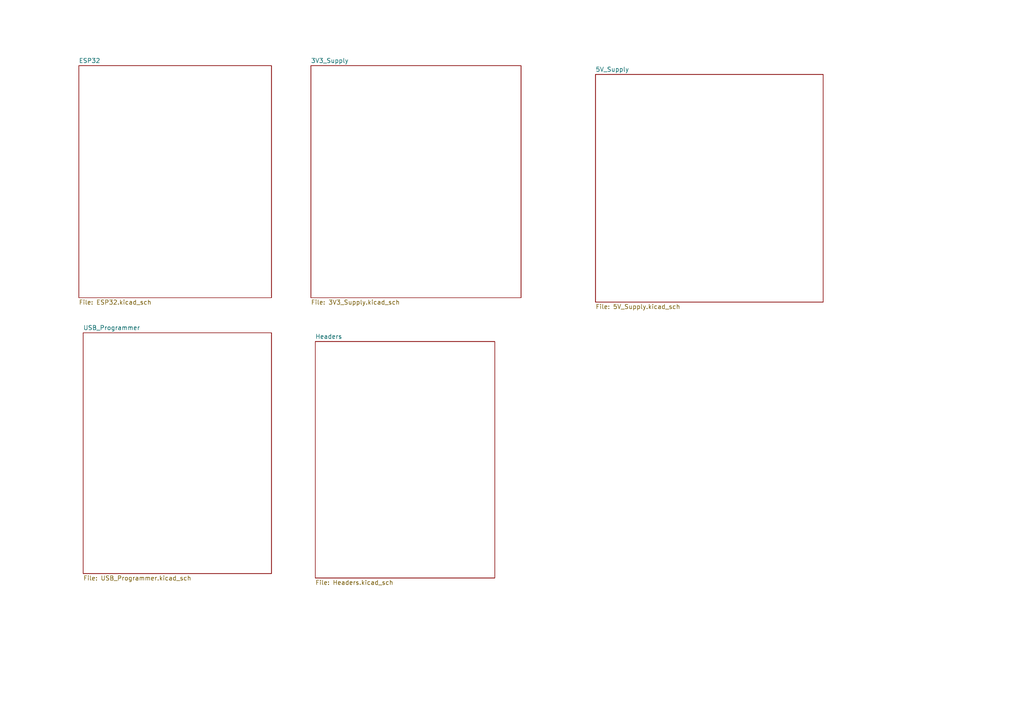
<source format=kicad_sch>
(kicad_sch (version 20211123) (generator eeschema)
  (paper "A4")
  (lib_symbols)
  (sheet (at 22.86 19.05) (size 55.88 67.31)
    (property "Sheet name" "ESP32" (at 22.86 18.3384 0) (effects (justify left bottom)))
    (property "Sheet file" "ESP32.kicad_sch" (at 22.86 86.9446 0) (effects (justify left top)))
  )
  (sheet (at 90.17 19.05) (size 60.96 67.31)
    (property "Sheet name" "3V3_Supply" (at 90.17 18.3384 0) (effects (justify left bottom)))
    (property "Sheet file" "3V3_Supply.kicad_sch" (at 90.17 86.9446 0) (effects (justify left top)))
  )
  (sheet (at 172.72 21.59) (size 66.04 66.04)
    (property "Sheet name" "5V_Supply" (at 172.72 20.8784 0) (effects (justify left bottom)))
    (property "Sheet file" "5V_Supply.kicad_sch" (at 172.72 88.2146 0) (effects (justify left top)))
  )
  (sheet (at 24.13 96.52) (size 54.61 69.85)
    (property "Sheet name" "USB_Programmer" (at 24.13 95.8084 0) (effects (justify left bottom)))
    (property "Sheet file" "USB_Programmer.kicad_sch" (at 24.13 166.9546 0) (effects (justify left top)))
  )
  (sheet (at 91.44 99.06) (size 52.07 68.58)
    (property "Sheet name" "Headers" (at 91.44 98.3484 0) (effects (justify left bottom)))
    (property "Sheet file" "Headers.kicad_sch" (at 91.44 168.2246 0) (effects (justify left top)))
  )
)
</source>
